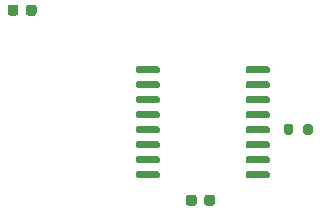
<source format=gbp>
G04 #@! TF.GenerationSoftware,KiCad,Pcbnew,(5.1.10)-1*
G04 #@! TF.CreationDate,2021-10-26T21:04:21+02:00*
G04 #@! TF.ProjectId,Load,4c6f6164-2e6b-4696-9361-645f70636258,rev?*
G04 #@! TF.SameCoordinates,Original*
G04 #@! TF.FileFunction,Paste,Bot*
G04 #@! TF.FilePolarity,Positive*
%FSLAX46Y46*%
G04 Gerber Fmt 4.6, Leading zero omitted, Abs format (unit mm)*
G04 Created by KiCad (PCBNEW (5.1.10)-1) date 2021-10-26 21:04:21*
%MOMM*%
%LPD*%
G01*
G04 APERTURE LIST*
G04 APERTURE END LIST*
G36*
G01*
X157880500Y-127804500D02*
X157880500Y-128354500D01*
G75*
G02*
X157680500Y-128554500I-200000J0D01*
G01*
X157280500Y-128554500D01*
G75*
G02*
X157080500Y-128354500I0J200000D01*
G01*
X157080500Y-127804500D01*
G75*
G02*
X157280500Y-127604500I200000J0D01*
G01*
X157680500Y-127604500D01*
G75*
G02*
X157880500Y-127804500I0J-200000D01*
G01*
G37*
G36*
G01*
X159530500Y-127804500D02*
X159530500Y-128354500D01*
G75*
G02*
X159330500Y-128554500I-200000J0D01*
G01*
X158930500Y-128554500D01*
G75*
G02*
X158730500Y-128354500I0J200000D01*
G01*
X158730500Y-127804500D01*
G75*
G02*
X158930500Y-127604500I200000J0D01*
G01*
X159330500Y-127604500D01*
G75*
G02*
X159530500Y-127804500I0J-200000D01*
G01*
G37*
G36*
G01*
X153856500Y-132093500D02*
X153856500Y-131793500D01*
G75*
G02*
X154006500Y-131643500I150000J0D01*
G01*
X155756500Y-131643500D01*
G75*
G02*
X155906500Y-131793500I0J-150000D01*
G01*
X155906500Y-132093500D01*
G75*
G02*
X155756500Y-132243500I-150000J0D01*
G01*
X154006500Y-132243500D01*
G75*
G02*
X153856500Y-132093500I0J150000D01*
G01*
G37*
G36*
G01*
X153856500Y-130823500D02*
X153856500Y-130523500D01*
G75*
G02*
X154006500Y-130373500I150000J0D01*
G01*
X155756500Y-130373500D01*
G75*
G02*
X155906500Y-130523500I0J-150000D01*
G01*
X155906500Y-130823500D01*
G75*
G02*
X155756500Y-130973500I-150000J0D01*
G01*
X154006500Y-130973500D01*
G75*
G02*
X153856500Y-130823500I0J150000D01*
G01*
G37*
G36*
G01*
X153856500Y-129553500D02*
X153856500Y-129253500D01*
G75*
G02*
X154006500Y-129103500I150000J0D01*
G01*
X155756500Y-129103500D01*
G75*
G02*
X155906500Y-129253500I0J-150000D01*
G01*
X155906500Y-129553500D01*
G75*
G02*
X155756500Y-129703500I-150000J0D01*
G01*
X154006500Y-129703500D01*
G75*
G02*
X153856500Y-129553500I0J150000D01*
G01*
G37*
G36*
G01*
X153856500Y-128283500D02*
X153856500Y-127983500D01*
G75*
G02*
X154006500Y-127833500I150000J0D01*
G01*
X155756500Y-127833500D01*
G75*
G02*
X155906500Y-127983500I0J-150000D01*
G01*
X155906500Y-128283500D01*
G75*
G02*
X155756500Y-128433500I-150000J0D01*
G01*
X154006500Y-128433500D01*
G75*
G02*
X153856500Y-128283500I0J150000D01*
G01*
G37*
G36*
G01*
X153856500Y-127013500D02*
X153856500Y-126713500D01*
G75*
G02*
X154006500Y-126563500I150000J0D01*
G01*
X155756500Y-126563500D01*
G75*
G02*
X155906500Y-126713500I0J-150000D01*
G01*
X155906500Y-127013500D01*
G75*
G02*
X155756500Y-127163500I-150000J0D01*
G01*
X154006500Y-127163500D01*
G75*
G02*
X153856500Y-127013500I0J150000D01*
G01*
G37*
G36*
G01*
X153856500Y-125743500D02*
X153856500Y-125443500D01*
G75*
G02*
X154006500Y-125293500I150000J0D01*
G01*
X155756500Y-125293500D01*
G75*
G02*
X155906500Y-125443500I0J-150000D01*
G01*
X155906500Y-125743500D01*
G75*
G02*
X155756500Y-125893500I-150000J0D01*
G01*
X154006500Y-125893500D01*
G75*
G02*
X153856500Y-125743500I0J150000D01*
G01*
G37*
G36*
G01*
X153856500Y-124473500D02*
X153856500Y-124173500D01*
G75*
G02*
X154006500Y-124023500I150000J0D01*
G01*
X155756500Y-124023500D01*
G75*
G02*
X155906500Y-124173500I0J-150000D01*
G01*
X155906500Y-124473500D01*
G75*
G02*
X155756500Y-124623500I-150000J0D01*
G01*
X154006500Y-124623500D01*
G75*
G02*
X153856500Y-124473500I0J150000D01*
G01*
G37*
G36*
G01*
X153856500Y-123203500D02*
X153856500Y-122903500D01*
G75*
G02*
X154006500Y-122753500I150000J0D01*
G01*
X155756500Y-122753500D01*
G75*
G02*
X155906500Y-122903500I0J-150000D01*
G01*
X155906500Y-123203500D01*
G75*
G02*
X155756500Y-123353500I-150000J0D01*
G01*
X154006500Y-123353500D01*
G75*
G02*
X153856500Y-123203500I0J150000D01*
G01*
G37*
G36*
G01*
X144556500Y-123203500D02*
X144556500Y-122903500D01*
G75*
G02*
X144706500Y-122753500I150000J0D01*
G01*
X146456500Y-122753500D01*
G75*
G02*
X146606500Y-122903500I0J-150000D01*
G01*
X146606500Y-123203500D01*
G75*
G02*
X146456500Y-123353500I-150000J0D01*
G01*
X144706500Y-123353500D01*
G75*
G02*
X144556500Y-123203500I0J150000D01*
G01*
G37*
G36*
G01*
X144556500Y-124473500D02*
X144556500Y-124173500D01*
G75*
G02*
X144706500Y-124023500I150000J0D01*
G01*
X146456500Y-124023500D01*
G75*
G02*
X146606500Y-124173500I0J-150000D01*
G01*
X146606500Y-124473500D01*
G75*
G02*
X146456500Y-124623500I-150000J0D01*
G01*
X144706500Y-124623500D01*
G75*
G02*
X144556500Y-124473500I0J150000D01*
G01*
G37*
G36*
G01*
X144556500Y-125743500D02*
X144556500Y-125443500D01*
G75*
G02*
X144706500Y-125293500I150000J0D01*
G01*
X146456500Y-125293500D01*
G75*
G02*
X146606500Y-125443500I0J-150000D01*
G01*
X146606500Y-125743500D01*
G75*
G02*
X146456500Y-125893500I-150000J0D01*
G01*
X144706500Y-125893500D01*
G75*
G02*
X144556500Y-125743500I0J150000D01*
G01*
G37*
G36*
G01*
X144556500Y-127013500D02*
X144556500Y-126713500D01*
G75*
G02*
X144706500Y-126563500I150000J0D01*
G01*
X146456500Y-126563500D01*
G75*
G02*
X146606500Y-126713500I0J-150000D01*
G01*
X146606500Y-127013500D01*
G75*
G02*
X146456500Y-127163500I-150000J0D01*
G01*
X144706500Y-127163500D01*
G75*
G02*
X144556500Y-127013500I0J150000D01*
G01*
G37*
G36*
G01*
X144556500Y-128283500D02*
X144556500Y-127983500D01*
G75*
G02*
X144706500Y-127833500I150000J0D01*
G01*
X146456500Y-127833500D01*
G75*
G02*
X146606500Y-127983500I0J-150000D01*
G01*
X146606500Y-128283500D01*
G75*
G02*
X146456500Y-128433500I-150000J0D01*
G01*
X144706500Y-128433500D01*
G75*
G02*
X144556500Y-128283500I0J150000D01*
G01*
G37*
G36*
G01*
X144556500Y-129553500D02*
X144556500Y-129253500D01*
G75*
G02*
X144706500Y-129103500I150000J0D01*
G01*
X146456500Y-129103500D01*
G75*
G02*
X146606500Y-129253500I0J-150000D01*
G01*
X146606500Y-129553500D01*
G75*
G02*
X146456500Y-129703500I-150000J0D01*
G01*
X144706500Y-129703500D01*
G75*
G02*
X144556500Y-129553500I0J150000D01*
G01*
G37*
G36*
G01*
X144556500Y-130823500D02*
X144556500Y-130523500D01*
G75*
G02*
X144706500Y-130373500I150000J0D01*
G01*
X146456500Y-130373500D01*
G75*
G02*
X146606500Y-130523500I0J-150000D01*
G01*
X146606500Y-130823500D01*
G75*
G02*
X146456500Y-130973500I-150000J0D01*
G01*
X144706500Y-130973500D01*
G75*
G02*
X144556500Y-130823500I0J150000D01*
G01*
G37*
G36*
G01*
X144556500Y-132093500D02*
X144556500Y-131793500D01*
G75*
G02*
X144706500Y-131643500I150000J0D01*
G01*
X146456500Y-131643500D01*
G75*
G02*
X146606500Y-131793500I0J-150000D01*
G01*
X146606500Y-132093500D01*
G75*
G02*
X146456500Y-132243500I-150000J0D01*
G01*
X144706500Y-132243500D01*
G75*
G02*
X144556500Y-132093500I0J150000D01*
G01*
G37*
G36*
G01*
X135256500Y-118248500D02*
X135256500Y-117748500D01*
G75*
G02*
X135481500Y-117523500I225000J0D01*
G01*
X135931500Y-117523500D01*
G75*
G02*
X136156500Y-117748500I0J-225000D01*
G01*
X136156500Y-118248500D01*
G75*
G02*
X135931500Y-118473500I-225000J0D01*
G01*
X135481500Y-118473500D01*
G75*
G02*
X135256500Y-118248500I0J225000D01*
G01*
G37*
G36*
G01*
X133706500Y-118248500D02*
X133706500Y-117748500D01*
G75*
G02*
X133931500Y-117523500I225000J0D01*
G01*
X134381500Y-117523500D01*
G75*
G02*
X134606500Y-117748500I0J-225000D01*
G01*
X134606500Y-118248500D01*
G75*
G02*
X134381500Y-118473500I-225000J0D01*
G01*
X133931500Y-118473500D01*
G75*
G02*
X133706500Y-118248500I0J225000D01*
G01*
G37*
G36*
G01*
X150356500Y-134348500D02*
X150356500Y-133848500D01*
G75*
G02*
X150581500Y-133623500I225000J0D01*
G01*
X151031500Y-133623500D01*
G75*
G02*
X151256500Y-133848500I0J-225000D01*
G01*
X151256500Y-134348500D01*
G75*
G02*
X151031500Y-134573500I-225000J0D01*
G01*
X150581500Y-134573500D01*
G75*
G02*
X150356500Y-134348500I0J225000D01*
G01*
G37*
G36*
G01*
X148806500Y-134348500D02*
X148806500Y-133848500D01*
G75*
G02*
X149031500Y-133623500I225000J0D01*
G01*
X149481500Y-133623500D01*
G75*
G02*
X149706500Y-133848500I0J-225000D01*
G01*
X149706500Y-134348500D01*
G75*
G02*
X149481500Y-134573500I-225000J0D01*
G01*
X149031500Y-134573500D01*
G75*
G02*
X148806500Y-134348500I0J225000D01*
G01*
G37*
M02*

</source>
